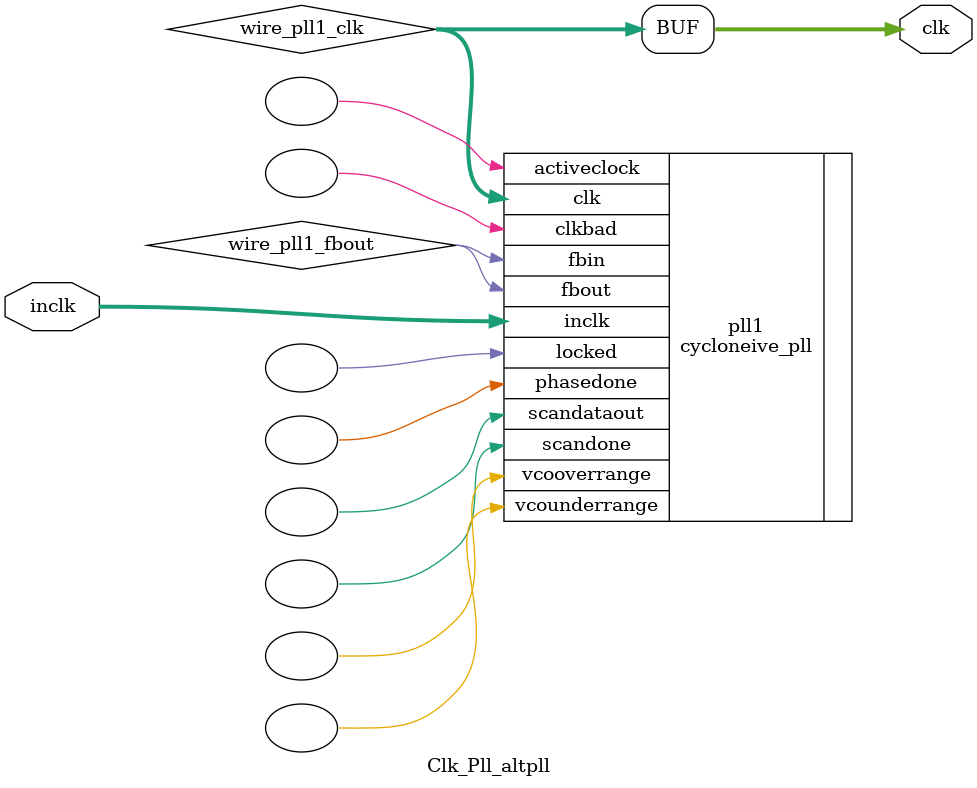
<source format=v>






//synthesis_resources = cycloneive_pll 1 
//synopsys translate_off
`timescale 1 ps / 1 ps
//synopsys translate_on
module  Clk_Pll_altpll
	( 
	clk,
	inclk) /* synthesis synthesis_clearbox=1 */;
	output   [4:0]  clk;
	input   [1:0]  inclk;
`ifndef ALTERA_RESERVED_QIS
// synopsys translate_off
`endif
	tri0   [1:0]  inclk;
`ifndef ALTERA_RESERVED_QIS
// synopsys translate_on
`endif

	wire  [4:0]   wire_pll1_clk;
	wire  wire_pll1_fbout;

	cycloneive_pll   pll1
	( 
	.activeclock(),
	.clk(wire_pll1_clk),
	.clkbad(),
	.fbin(wire_pll1_fbout),
	.fbout(wire_pll1_fbout),
	.inclk(inclk),
	.locked(),
	.phasedone(),
	.scandataout(),
	.scandone(),
	.vcooverrange(),
	.vcounderrange()
	`ifndef FORMAL_VERIFICATION
	// synopsys translate_off
	`endif
	,
	.areset(1'b0),
	.clkswitch(1'b0),
	.configupdate(1'b0),
	.pfdena(1'b1),
	.phasecounterselect({3{1'b0}}),
	.phasestep(1'b0),
	.phaseupdown(1'b0),
	.scanclk(1'b0),
	.scanclkena(1'b1),
	.scandata(1'b0)
	`ifndef FORMAL_VERIFICATION
	// synopsys translate_on
	`endif
	);
	defparam
		pll1.bandwidth_type = "auto",
		pll1.clk0_divide_by = 6,
		pll1.clk0_duty_cycle = 50,
		pll1.clk0_multiply_by = 25,
		pll1.clk0_phase_shift = "0",
		pll1.clk1_divide_by = 12,
		pll1.clk1_duty_cycle = 50,
		pll1.clk1_multiply_by = 25,
		pll1.clk1_phase_shift = "0",
		pll1.clk2_divide_by = 24,
		pll1.clk2_duty_cycle = 50,
		pll1.clk2_multiply_by = 25,
		pll1.clk2_phase_shift = "0",
		pll1.compensate_clock = "clk0",
		pll1.inclk0_input_frequency = 41666,
		pll1.operation_mode = "normal",
		pll1.pll_type = "auto",
		pll1.lpm_type = "cycloneive_pll";
	assign
		clk = {wire_pll1_clk[4:0]};
endmodule //Clk_Pll_altpll
//VALID FILE

</source>
